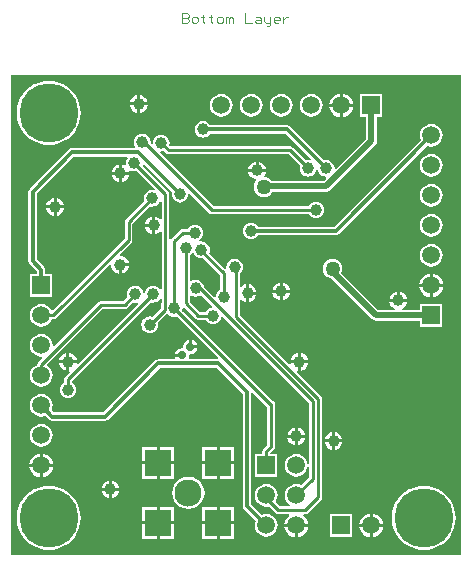
<source format=gbl>
%FSLAX44Y44*%
%MOMM*%
G71*
G01*
G75*
G04 Layer_Physical_Order=2*
G04 Layer_Color=16711680*
%ADD10C,0.3810*%
%ADD11R,1.1000X1.9000*%
%ADD12R,2.4000X1.9000*%
%ADD13R,1.3500X0.4000*%
%ADD14R,1.6000X2.1000*%
%ADD15R,1.9000X1.8000*%
%ADD16R,1.9000X1.9000*%
%ADD17R,0.6900X1.2000*%
%ADD18O,2.1000X0.3500*%
%ADD19R,1.6000X1.6000*%
%ADD20R,0.8000X0.3000*%
%ADD21R,0.3000X0.8000*%
%ADD22O,0.4500X1.5000*%
%ADD23O,1.5000X0.4500*%
%ADD24R,1.5000X1.5000*%
%ADD25R,1.5000X1.5000*%
%ADD26R,0.5000X0.6000*%
%ADD27R,0.6000X0.5000*%
%ADD28R,1.1000X1.0000*%
%ADD29R,1.0000X1.1000*%
%ADD30R,1.3000X1.5000*%
%ADD31R,0.8000X0.9000*%
%ADD32C,0.2540*%
%ADD33C,0.5000*%
%ADD34C,0.3000*%
%ADD35C,0.6020*%
%ADD36C,0.6000*%
%ADD37C,1.2600*%
%ADD38C,0.6010*%
%ADD39C,0.1000*%
%ADD40C,1.5000*%
%ADD41C,2.3000*%
%ADD42R,2.2000X2.2000*%
%ADD43C,1.0000*%
%ADD44C,5.0000*%
%ADD45C,1.2700*%
%ADD46C,0.7000*%
G36*
X381000Y0D02*
X0D01*
Y406400D01*
X381000D01*
Y0D01*
D02*
G37*
%LPC*%
G36*
X138140Y91940D02*
X125870D01*
Y79670D01*
X138140D01*
Y91940D01*
D02*
G37*
G36*
X123330D02*
X111060D01*
Y79670D01*
X123330D01*
Y91940D01*
D02*
G37*
G36*
X174130D02*
X161860D01*
Y79670D01*
X174130D01*
Y91940D01*
D02*
G37*
G36*
X271730Y95730D02*
X265562D01*
X265654Y95032D01*
X266414Y93197D01*
X267622Y91622D01*
X269198Y90414D01*
X271032Y89654D01*
X271730Y89562D01*
Y95730D01*
D02*
G37*
G36*
X188940Y91940D02*
X176670D01*
Y79670D01*
X188940D01*
Y91940D01*
D02*
G37*
G36*
X26670Y86159D02*
Y77470D01*
X35359D01*
X35182Y78821D01*
X34170Y81263D01*
X32561Y83361D01*
X30463Y84970D01*
X28021Y85982D01*
X26670Y86159D01*
D02*
G37*
G36*
X188940Y77130D02*
X176670D01*
Y64860D01*
X188940D01*
Y77130D01*
D02*
G37*
G36*
X174130D02*
X161860D01*
Y64860D01*
X174130D01*
Y77130D01*
D02*
G37*
G36*
X24130Y74930D02*
X15441D01*
X15618Y73579D01*
X16630Y71137D01*
X18239Y69039D01*
X20337Y67430D01*
X22779Y66418D01*
X24130Y66241D01*
Y74930D01*
D02*
G37*
G36*
Y86159D02*
X22779Y85982D01*
X20337Y84970D01*
X18239Y83361D01*
X16630Y81263D01*
X15618Y78821D01*
X15441Y77470D01*
X24130D01*
Y86159D01*
D02*
G37*
G36*
X35359Y74930D02*
X26670D01*
Y66241D01*
X28021Y66418D01*
X30463Y67430D01*
X32561Y69039D01*
X34170Y71137D01*
X35182Y73579D01*
X35359Y74930D01*
D02*
G37*
G36*
X280438Y95730D02*
X274270D01*
Y89562D01*
X274968Y89654D01*
X276803Y90414D01*
X278378Y91622D01*
X279586Y93197D01*
X280346Y95032D01*
X280438Y95730D01*
D02*
G37*
G36*
X251437Y162730D02*
X245270D01*
Y156562D01*
X245968Y156654D01*
X247802Y157414D01*
X249377Y158622D01*
X250586Y160197D01*
X251345Y162031D01*
X251437Y162730D01*
D02*
G37*
G36*
X242540Y108326D02*
Y102158D01*
X248708D01*
X248616Y102856D01*
X247856Y104691D01*
X246648Y106266D01*
X245072Y107474D01*
X243238Y108234D01*
X242540Y108326D01*
D02*
G37*
G36*
X46730Y162730D02*
X40562D01*
X40654Y162032D01*
X41414Y160198D01*
X42622Y158622D01*
X44198Y157414D01*
X46032Y156654D01*
X46730Y156562D01*
Y162730D01*
D02*
G37*
G36*
X245270Y171438D02*
Y165270D01*
X251437D01*
X251345Y165968D01*
X250586Y167802D01*
X249377Y169377D01*
X247802Y170586D01*
X245968Y171346D01*
X245270Y171438D01*
D02*
G37*
G36*
X242729D02*
X242031Y171346D01*
X240197Y170586D01*
X238622Y169377D01*
X237413Y167802D01*
X236654Y165968D01*
X236562Y165270D01*
X242729D01*
Y171438D01*
D02*
G37*
G36*
X240000Y108326D02*
X239302Y108234D01*
X237467Y107474D01*
X235892Y106266D01*
X234684Y104691D01*
X233924Y102856D01*
X233832Y102158D01*
X240000D01*
Y108326D01*
D02*
G37*
G36*
Y99618D02*
X233832D01*
X233924Y98920D01*
X234684Y97086D01*
X235892Y95510D01*
X237467Y94302D01*
X239302Y93542D01*
X240000Y93450D01*
Y99618D01*
D02*
G37*
G36*
X25400Y111182D02*
X22920Y110856D01*
X20609Y109898D01*
X18625Y108376D01*
X17102Y106391D01*
X16144Y104080D01*
X15818Y101600D01*
X16144Y99120D01*
X17102Y96809D01*
X18625Y94824D01*
X20609Y93302D01*
X22920Y92345D01*
X25400Y92018D01*
X27880Y92345D01*
X30191Y93302D01*
X32175Y94824D01*
X33698Y96809D01*
X34655Y99120D01*
X34982Y101600D01*
X34655Y104080D01*
X33698Y106391D01*
X32175Y108376D01*
X30191Y109898D01*
X27880Y110856D01*
X25400Y111182D01*
D02*
G37*
G36*
X248708Y99618D02*
X242540D01*
Y93450D01*
X243238Y93542D01*
X245072Y94302D01*
X246648Y95510D01*
X247856Y97086D01*
X248616Y98920D01*
X248708Y99618D01*
D02*
G37*
G36*
X274270Y104438D02*
Y98270D01*
X280438D01*
X280346Y98968D01*
X279586Y100802D01*
X278378Y102378D01*
X276803Y103586D01*
X274968Y104346D01*
X274270Y104438D01*
D02*
G37*
G36*
X271730D02*
X271032Y104346D01*
X269198Y103586D01*
X267622Y102378D01*
X266414Y100802D01*
X265654Y98968D01*
X265562Y98270D01*
X271730D01*
Y104438D01*
D02*
G37*
G36*
X138140Y77130D02*
X125870D01*
Y64860D01*
X138140D01*
Y77130D01*
D02*
G37*
G36*
X251259Y24130D02*
X242570D01*
Y15441D01*
X243921Y15618D01*
X246363Y16630D01*
X248461Y18239D01*
X250070Y20337D01*
X251082Y22779D01*
X251259Y24130D01*
D02*
G37*
G36*
X240030D02*
X231341D01*
X231518Y22779D01*
X232530Y20337D01*
X234139Y18239D01*
X236237Y16630D01*
X238679Y15618D01*
X240030Y15441D01*
Y24130D01*
D02*
G37*
G36*
X303530D02*
X294841D01*
X295018Y22779D01*
X296030Y20337D01*
X297639Y18239D01*
X299737Y16630D01*
X302179Y15618D01*
X303530Y15441D01*
Y24130D01*
D02*
G37*
G36*
X288900Y34900D02*
X269900D01*
Y15900D01*
X288900D01*
Y34900D01*
D02*
G37*
G36*
X314759Y24130D02*
X306070D01*
Y15441D01*
X307421Y15618D01*
X309863Y16630D01*
X311961Y18239D01*
X313570Y20337D01*
X314582Y22779D01*
X314759Y24130D01*
D02*
G37*
G36*
X188940Y26330D02*
X176670D01*
Y14060D01*
X188940D01*
Y26330D01*
D02*
G37*
G36*
X349250Y58833D02*
X345013Y58500D01*
X340881Y57508D01*
X336954Y55882D01*
X333331Y53661D01*
X330099Y50901D01*
X327339Y47669D01*
X325118Y44046D01*
X323492Y40119D01*
X322500Y35987D01*
X322166Y31750D01*
X322500Y27513D01*
X323492Y23381D01*
X325118Y19454D01*
X327339Y15831D01*
X330099Y12599D01*
X333331Y9839D01*
X336954Y7618D01*
X340881Y5992D01*
X345013Y5000D01*
X349250Y4667D01*
X353487Y5000D01*
X357619Y5992D01*
X361546Y7618D01*
X365169Y9839D01*
X368401Y12599D01*
X371161Y15831D01*
X373382Y19454D01*
X375008Y23381D01*
X376000Y27513D01*
X376334Y31750D01*
X376000Y35987D01*
X375008Y40119D01*
X373382Y44046D01*
X371161Y47669D01*
X368401Y50901D01*
X365169Y53661D01*
X361546Y55882D01*
X357619Y57508D01*
X353487Y58500D01*
X349250Y58833D01*
D02*
G37*
G36*
X31750D02*
X27513Y58500D01*
X23381Y57508D01*
X19454Y55882D01*
X15831Y53661D01*
X12599Y50901D01*
X9839Y47669D01*
X7618Y44046D01*
X5992Y40119D01*
X5000Y35987D01*
X4667Y31750D01*
X5000Y27513D01*
X5992Y23381D01*
X7618Y19454D01*
X9839Y15831D01*
X12599Y12599D01*
X15831Y9839D01*
X19454Y7618D01*
X23381Y5992D01*
X27513Y5000D01*
X31750Y4667D01*
X35987Y5000D01*
X40119Y5992D01*
X44046Y7618D01*
X47669Y9839D01*
X50901Y12599D01*
X53661Y15831D01*
X55882Y19454D01*
X57508Y23381D01*
X58500Y27513D01*
X58833Y31750D01*
X58500Y35987D01*
X57508Y40119D01*
X55882Y44046D01*
X53661Y47669D01*
X50901Y50901D01*
X47669Y53661D01*
X44046Y55882D01*
X40119Y57508D01*
X35987Y58500D01*
X31750Y58833D01*
D02*
G37*
G36*
X123330Y26330D02*
X111060D01*
Y14060D01*
X123330D01*
Y26330D01*
D02*
G37*
G36*
X174130D02*
X161860D01*
Y14060D01*
X174130D01*
Y26330D01*
D02*
G37*
G36*
X138140D02*
X125870D01*
Y14060D01*
X138140D01*
Y26330D01*
D02*
G37*
G36*
X303530Y35359D02*
X302179Y35182D01*
X299737Y34170D01*
X297639Y32561D01*
X296030Y30463D01*
X295018Y28021D01*
X294841Y26670D01*
X303530D01*
Y35359D01*
D02*
G37*
G36*
X91438Y54730D02*
X85270D01*
Y48562D01*
X85968Y48654D01*
X87802Y49414D01*
X89378Y50622D01*
X90586Y52197D01*
X91346Y54032D01*
X91438Y54730D01*
D02*
G37*
G36*
X82730D02*
X76562D01*
X76654Y54032D01*
X77414Y52197D01*
X78622Y50622D01*
X80197Y49414D01*
X82032Y48654D01*
X82730Y48562D01*
Y54730D01*
D02*
G37*
G36*
Y63438D02*
X82032Y63346D01*
X80197Y62586D01*
X78622Y61378D01*
X77414Y59802D01*
X76654Y57968D01*
X76562Y57270D01*
X82730D01*
Y63438D01*
D02*
G37*
G36*
X123330Y77130D02*
X111060D01*
Y64860D01*
X123330D01*
Y77130D01*
D02*
G37*
G36*
X85270Y63438D02*
Y57270D01*
X91438D01*
X91346Y57968D01*
X90586Y59802D01*
X89378Y61378D01*
X87802Y62586D01*
X85968Y63346D01*
X85270Y63438D01*
D02*
G37*
G36*
X150000Y66617D02*
X146476Y66153D01*
X143192Y64792D01*
X140372Y62628D01*
X138208Y59808D01*
X136847Y56524D01*
X136383Y53000D01*
X136847Y49476D01*
X138208Y46192D01*
X140372Y43372D01*
X143192Y41208D01*
X146476Y39848D01*
X150000Y39383D01*
X153524Y39848D01*
X156808Y41208D01*
X159628Y43372D01*
X161792Y46192D01*
X163153Y49476D01*
X163617Y53000D01*
X163153Y56524D01*
X161792Y59808D01*
X159628Y62628D01*
X156808Y64792D01*
X153524Y66153D01*
X150000Y66617D01*
D02*
G37*
G36*
X123330Y41140D02*
X111060D01*
Y28870D01*
X123330D01*
Y41140D01*
D02*
G37*
G36*
X306070Y35359D02*
Y26670D01*
X314759D01*
X314582Y28021D01*
X313570Y30463D01*
X311961Y32561D01*
X309863Y34170D01*
X307421Y35182D01*
X306070Y35359D01*
D02*
G37*
G36*
X138140Y41140D02*
X125870D01*
Y28870D01*
X138140D01*
Y41140D01*
D02*
G37*
G36*
X188940D02*
X176670D01*
Y28870D01*
X188940D01*
Y41140D01*
D02*
G37*
G36*
X174130D02*
X161860D01*
Y28870D01*
X174130D01*
Y41140D01*
D02*
G37*
G36*
X46730Y171438D02*
X46032Y171346D01*
X44198Y170586D01*
X42622Y169378D01*
X41414Y167803D01*
X40654Y165968D01*
X40562Y165270D01*
X46730D01*
Y171438D01*
D02*
G37*
G36*
X209350Y333518D02*
Y327350D01*
X215518D01*
X215426Y328049D01*
X214666Y329883D01*
X213458Y331458D01*
X211883Y332666D01*
X210049Y333426D01*
X209350Y333518D01*
D02*
G37*
G36*
X206810D02*
X206112Y333426D01*
X204278Y332666D01*
X202703Y331458D01*
X201494Y329883D01*
X200734Y328049D01*
X200642Y327350D01*
X206810D01*
Y333518D01*
D02*
G37*
G36*
X91060Y331018D02*
X90362Y330926D01*
X88528Y330166D01*
X86953Y328958D01*
X85744Y327383D01*
X84984Y325549D01*
X84892Y324850D01*
X91060D01*
Y331018D01*
D02*
G37*
G36*
X31750Y401734D02*
X27513Y401400D01*
X23381Y400408D01*
X19454Y398782D01*
X15831Y396561D01*
X12599Y393801D01*
X9839Y390569D01*
X7618Y386946D01*
X5992Y383019D01*
X5000Y378887D01*
X4667Y374650D01*
X5000Y370413D01*
X5992Y366281D01*
X7618Y362354D01*
X9839Y358731D01*
X12599Y355499D01*
X15831Y352739D01*
X19454Y350518D01*
X23381Y348892D01*
X27513Y347900D01*
X31750Y347566D01*
X35987Y347900D01*
X40119Y348892D01*
X44046Y350518D01*
X47669Y352739D01*
X50901Y355499D01*
X53661Y358731D01*
X55882Y362354D01*
X57508Y366281D01*
X58500Y370413D01*
X58833Y374650D01*
X58500Y378887D01*
X57508Y383019D01*
X55882Y386946D01*
X53661Y390569D01*
X50901Y393801D01*
X47669Y396561D01*
X44046Y398782D01*
X40119Y400408D01*
X35987Y401400D01*
X31750Y401734D01*
D02*
G37*
G36*
X355600Y365182D02*
X353120Y364855D01*
X350809Y363898D01*
X348825Y362375D01*
X347302Y360391D01*
X346344Y358080D01*
X346018Y355600D01*
X346344Y353120D01*
X346851Y351898D01*
X273102Y278149D01*
X209285D01*
X208192Y279573D01*
X206730Y280695D01*
X205027Y281400D01*
X203200Y281641D01*
X201373Y281400D01*
X199670Y280695D01*
X198208Y279573D01*
X197085Y278110D01*
X196380Y276408D01*
X196140Y274580D01*
X196380Y272753D01*
X197085Y271050D01*
X198208Y269588D01*
X199670Y268466D01*
X201373Y267760D01*
X203200Y267520D01*
X205027Y267760D01*
X206730Y268466D01*
X208192Y269588D01*
X209285Y271012D01*
X274580D01*
X275946Y271283D01*
X277104Y272057D01*
X351898Y346851D01*
X353120Y346344D01*
X355600Y346018D01*
X358080Y346344D01*
X360391Y347302D01*
X362375Y348825D01*
X363898Y350809D01*
X364855Y353120D01*
X365182Y355600D01*
X364855Y358080D01*
X363898Y360391D01*
X362375Y362375D01*
X360391Y363898D01*
X358080Y364855D01*
X355600Y365182D01*
D02*
G37*
G36*
X314300Y390500D02*
X295300D01*
Y371500D01*
X300412D01*
Y352621D01*
X275255Y327463D01*
X273760Y327660D01*
X273520Y329487D01*
X272815Y331190D01*
X271692Y332652D01*
X270230Y333774D01*
X268527Y334480D01*
X266700Y334720D01*
X264921Y334486D01*
X236203Y363203D01*
X235046Y363977D01*
X233680Y364249D01*
X168645D01*
X167552Y365672D01*
X166090Y366795D01*
X164387Y367500D01*
X162560Y367740D01*
X160733Y367500D01*
X159030Y366795D01*
X157568Y365672D01*
X156446Y364210D01*
X155740Y362507D01*
X155500Y360680D01*
X155740Y358853D01*
X156446Y357150D01*
X157568Y355688D01*
X159030Y354566D01*
X160733Y353860D01*
X162560Y353620D01*
X164387Y353860D01*
X166090Y354566D01*
X167552Y355688D01*
X168645Y357111D01*
X232202D01*
X253671Y335642D01*
X253109Y334503D01*
X251460Y334720D01*
X249633Y334480D01*
X249436Y334398D01*
X238577Y345257D01*
X237496Y345980D01*
X236220Y346234D01*
X134731D01*
X133739Y347226D01*
X133820Y347423D01*
X134060Y349250D01*
X133820Y351077D01*
X133115Y352780D01*
X131992Y354242D01*
X130530Y355364D01*
X128827Y356070D01*
X127000Y356310D01*
X125173Y356070D01*
X123470Y355364D01*
X122008Y354242D01*
X120885Y352780D01*
X120180Y351077D01*
X119940Y349250D01*
X120014Y348681D01*
X118876Y348120D01*
X117964Y349031D01*
X118058Y349746D01*
X117818Y351574D01*
X117113Y353277D01*
X115990Y354739D01*
X114528Y355861D01*
X112825Y356566D01*
X110998Y356807D01*
X109171Y356566D01*
X107468Y355861D01*
X106006Y354739D01*
X104883Y353277D01*
X104178Y351574D01*
X103938Y349746D01*
X104178Y347919D01*
X104883Y346216D01*
X105085Y345954D01*
X104523Y344815D01*
X51246D01*
X49881Y344543D01*
X48723Y343770D01*
X15557Y310604D01*
X14783Y309446D01*
X14512Y308080D01*
Y249080D01*
X14783Y247715D01*
X15557Y246557D01*
X21831Y240282D01*
Y238100D01*
X15900D01*
Y219100D01*
X34900D01*
Y238100D01*
X28969D01*
Y241761D01*
X28697Y243126D01*
X27923Y244284D01*
X21649Y250558D01*
Y306602D01*
X52725Y337678D01*
X97925D01*
X98486Y336539D01*
X97966Y335860D01*
X97261Y334158D01*
X97020Y332330D01*
X97133Y331470D01*
X96133Y330166D01*
X94299Y330926D01*
X93600Y331018D01*
Y324850D01*
X99768D01*
X99699Y325378D01*
X100706Y326151D01*
X102253Y325510D01*
X104080Y325270D01*
X105908Y325510D01*
X106104Y325592D01*
X121432Y310263D01*
X120871Y309124D01*
X119380Y309320D01*
X117553Y309080D01*
X115850Y308375D01*
X114388Y307252D01*
X113265Y305790D01*
X112560Y304087D01*
X112320Y302260D01*
X112560Y300433D01*
X112641Y300236D01*
X96957Y284552D01*
X96234Y283470D01*
X95980Y282194D01*
Y268335D01*
X35074Y207429D01*
X33828Y207677D01*
X33698Y207991D01*
X32175Y209975D01*
X30191Y211498D01*
X27880Y212456D01*
X25400Y212782D01*
X22920Y212456D01*
X20609Y211498D01*
X18625Y209975D01*
X17102Y207991D01*
X16144Y205680D01*
X15818Y203200D01*
X16144Y200720D01*
X17102Y198409D01*
X18625Y196425D01*
X20609Y194902D01*
X22920Y193944D01*
X25400Y193618D01*
X27880Y193944D01*
X30191Y194902D01*
X32175Y196425D01*
X33698Y198409D01*
X34302Y199866D01*
X35560D01*
X36836Y200120D01*
X37917Y200842D01*
X83306Y246231D01*
X84509Y245823D01*
X84734Y244112D01*
X85494Y242278D01*
X86703Y240703D01*
X88278Y239494D01*
X90112Y238734D01*
X90810Y238642D01*
Y246080D01*
X92080D01*
Y247350D01*
X99518D01*
X99426Y248049D01*
X98666Y249883D01*
X97458Y251458D01*
X95883Y252666D01*
X94049Y253426D01*
X92337Y253652D01*
X91929Y254854D01*
X101671Y264597D01*
X102394Y265678D01*
X102648Y266954D01*
Y280813D01*
X117357Y295522D01*
X117553Y295440D01*
X119380Y295200D01*
X121207Y295440D01*
X122910Y296145D01*
X124372Y297268D01*
X125494Y298730D01*
X125976Y299893D01*
X127222Y299645D01*
Y285183D01*
X126028Y284778D01*
X124452Y285986D01*
X122618Y286746D01*
X121920Y286838D01*
Y279400D01*
Y271962D01*
X122618Y272054D01*
X124452Y272814D01*
X126028Y274022D01*
X127222Y273617D01*
Y225247D01*
X126019Y224839D01*
X125073Y226073D01*
X123610Y227195D01*
X121908Y227900D01*
X120080Y228141D01*
X118253Y227900D01*
X116550Y227195D01*
X115088Y226073D01*
X113966Y224610D01*
X113260Y222908D01*
X113214Y222557D01*
X111944D01*
X111898Y222906D01*
X111193Y224609D01*
X110071Y226072D01*
X108609Y227194D01*
X106906Y227899D01*
X105078Y228139D01*
X103251Y227899D01*
X101548Y227194D01*
X100086Y226072D01*
X98964Y224609D01*
X98259Y222906D01*
X98018Y221079D01*
X98259Y219252D01*
X98340Y219056D01*
X94699Y215415D01*
X76081D01*
X74805Y215161D01*
X74372Y214872D01*
X73723Y214438D01*
X36060Y176775D01*
X34921Y177337D01*
X34982Y177800D01*
X34655Y180280D01*
X33698Y182591D01*
X32175Y184575D01*
X30191Y186098D01*
X27880Y187055D01*
X25400Y187382D01*
X22920Y187055D01*
X20609Y186098D01*
X18625Y184575D01*
X17102Y182591D01*
X16144Y180280D01*
X15818Y177800D01*
X16144Y175320D01*
X17102Y173009D01*
X18625Y171024D01*
X20609Y169502D01*
X22920Y168545D01*
X25400Y168218D01*
X25863Y168279D01*
X26425Y167140D01*
X23043Y163757D01*
X22320Y162676D01*
X22066Y161400D01*
Y161302D01*
X20609Y160698D01*
X18625Y159175D01*
X17102Y157191D01*
X16144Y154880D01*
X15818Y152400D01*
X16144Y149920D01*
X17102Y147609D01*
X18625Y145625D01*
X20609Y144102D01*
X22920Y143145D01*
X25400Y142818D01*
X27880Y143145D01*
X30191Y144102D01*
X32175Y145625D01*
X33698Y147609D01*
X34655Y149920D01*
X34982Y152400D01*
X34655Y154880D01*
X33698Y157191D01*
X32175Y159175D01*
X30515Y160450D01*
X30432Y161717D01*
X77462Y208747D01*
X96080D01*
X97356Y209001D01*
X98438Y209723D01*
X103055Y214341D01*
X103251Y214259D01*
X105078Y214019D01*
X106834Y214250D01*
X107307Y213291D01*
X107386Y213101D01*
X56596Y162311D01*
X55745Y162730D01*
X49270D01*
Y156255D01*
X49689Y155404D01*
X45642Y151357D01*
X44920Y150276D01*
X44666Y149000D01*
Y146196D01*
X44470Y146115D01*
X43008Y144992D01*
X41885Y143530D01*
X41180Y141827D01*
X40940Y140000D01*
X41180Y138173D01*
X41885Y136470D01*
X43008Y135008D01*
X44470Y133885D01*
X46173Y133180D01*
X48000Y132940D01*
X49827Y133180D01*
X51530Y133885D01*
X52993Y135008D01*
X54114Y136470D01*
X54820Y138173D01*
X55060Y140000D01*
X54820Y141827D01*
X54114Y143530D01*
X52993Y144992D01*
X51530Y146115D01*
X51334Y146196D01*
Y147619D01*
X118057Y214342D01*
X118253Y214261D01*
X120080Y214020D01*
X121908Y214261D01*
X123610Y214966D01*
X125073Y216088D01*
X126019Y217321D01*
X127222Y216913D01*
Y214520D01*
X126728Y213781D01*
X126474Y212505D01*
Y209389D01*
X119213Y202129D01*
X119017Y202210D01*
X117190Y202450D01*
X115363Y202210D01*
X113660Y201504D01*
X112198Y200382D01*
X111075Y198920D01*
X110370Y197217D01*
X110130Y195390D01*
X110370Y193563D01*
X111075Y191860D01*
X112198Y190398D01*
X113660Y189275D01*
X115363Y188570D01*
X117190Y188330D01*
X119017Y188570D01*
X120720Y189275D01*
X122183Y190398D01*
X123305Y191860D01*
X124010Y193563D01*
X124250Y195390D01*
X124010Y197217D01*
X123929Y197414D01*
X131326Y204811D01*
X132594Y204728D01*
X133086Y204087D01*
X134548Y202965D01*
X136251Y202259D01*
X138078Y202019D01*
X139906Y202259D01*
X140102Y202341D01*
X175201Y167242D01*
X174715Y166069D01*
X150764D01*
X150190Y167143D01*
X150658Y169500D01*
X151533Y170375D01*
X151700Y170342D01*
X154057Y170811D01*
X156055Y172145D01*
X157390Y174143D01*
X157606Y175230D01*
X151700D01*
Y176500D01*
X150430D01*
Y182406D01*
X149343Y182190D01*
X147345Y180855D01*
X146011Y178857D01*
X145542Y176500D01*
X144667Y175625D01*
X144500Y175658D01*
X142143Y175189D01*
X140145Y173855D01*
X138810Y171857D01*
X138594Y170770D01*
X144500D01*
Y168230D01*
X138594D01*
X138810Y167143D01*
X138268Y166129D01*
X124460D01*
X123094Y165857D01*
X121937Y165083D01*
X78024Y121171D01*
X36276D01*
X34149Y123298D01*
X34655Y124520D01*
X34982Y127000D01*
X34655Y129480D01*
X33698Y131791D01*
X32175Y133775D01*
X30191Y135298D01*
X27880Y136256D01*
X25400Y136582D01*
X22920Y136256D01*
X20609Y135298D01*
X18625Y133775D01*
X17102Y131791D01*
X16144Y129480D01*
X15818Y127000D01*
X16144Y124520D01*
X17102Y122209D01*
X18625Y120225D01*
X20609Y118702D01*
X22920Y117745D01*
X25400Y117418D01*
X27880Y117745D01*
X29102Y118251D01*
X32275Y115079D01*
X33432Y114305D01*
X34798Y114033D01*
X79502D01*
X80868Y114305D01*
X82025Y115079D01*
X125938Y158991D01*
X141299D01*
X141601Y158931D01*
X173842D01*
X195821Y136952D01*
Y41910D01*
X196093Y40544D01*
X196867Y39387D01*
X207151Y29102D01*
X206644Y27880D01*
X206318Y25400D01*
X206644Y22920D01*
X207602Y20609D01*
X209125Y18625D01*
X211109Y17102D01*
X213420Y16144D01*
X215900Y15818D01*
X218380Y16144D01*
X220691Y17102D01*
X222675Y18625D01*
X224198Y20609D01*
X225156Y22920D01*
X225482Y25400D01*
X225156Y27880D01*
X224198Y30191D01*
X222675Y32175D01*
X220691Y33698D01*
X218380Y34655D01*
X215900Y34982D01*
X213420Y34655D01*
X212198Y34149D01*
X202959Y43388D01*
Y137825D01*
X204132Y138311D01*
X216666Y125777D01*
Y93581D01*
X213542Y90457D01*
X212820Y89376D01*
X212566Y88100D01*
Y85700D01*
X206400D01*
Y66700D01*
X225400D01*
Y85700D01*
X219874D01*
X219388Y86873D01*
X222358Y89843D01*
X223080Y90924D01*
X223334Y92200D01*
Y128000D01*
X223080Y129276D01*
X222358Y130358D01*
X221276Y131080D01*
X220672Y131200D01*
X144817Y207056D01*
X144898Y207252D01*
X145139Y209079D01*
X145059Y209686D01*
X146198Y210247D01*
X155723Y200723D01*
X156804Y200000D01*
X158080Y199746D01*
X164884D01*
X164966Y199550D01*
X166088Y198088D01*
X167550Y196966D01*
X169253Y196261D01*
X171080Y196020D01*
X172908Y196261D01*
X174610Y196966D01*
X176073Y198088D01*
X177195Y199550D01*
X177900Y201253D01*
X177944Y201586D01*
X179147Y201994D01*
X252086Y129055D01*
Y76762D01*
X250819Y76679D01*
X250555Y78680D01*
X249598Y80991D01*
X248075Y82975D01*
X246091Y84498D01*
X243780Y85456D01*
X241300Y85782D01*
X238820Y85456D01*
X236509Y84498D01*
X234525Y82975D01*
X233002Y80991D01*
X232045Y78680D01*
X231718Y76200D01*
X232045Y73720D01*
X233002Y71409D01*
X234525Y69425D01*
X236509Y67902D01*
X238820Y66944D01*
X241300Y66618D01*
X243780Y66944D01*
X246091Y67902D01*
X248075Y69425D01*
X249598Y71409D01*
X250555Y73720D01*
X250819Y75721D01*
X250819D01*
D01*
X252086Y75638D01*
Y66301D01*
X245237Y59452D01*
X243780Y60055D01*
X241300Y60382D01*
X238820Y60055D01*
X236509Y59098D01*
X234525Y57575D01*
X233002Y55591D01*
X232045Y53280D01*
X231718Y50800D01*
X232045Y48320D01*
X233002Y46009D01*
X234525Y44025D01*
X236333Y42637D01*
X235925Y41434D01*
X227441D01*
X223620Y45255D01*
X224198Y46009D01*
X225156Y48320D01*
X225482Y50800D01*
X225156Y53280D01*
X224198Y55591D01*
X222675Y57575D01*
X220691Y59098D01*
X218380Y60055D01*
X215900Y60382D01*
X213420Y60055D01*
X211109Y59098D01*
X209125Y57575D01*
X207602Y55591D01*
X206644Y53280D01*
X206318Y50800D01*
X206644Y48320D01*
X207602Y46009D01*
X209125Y44025D01*
X211109Y42502D01*
X213420Y41544D01*
X215900Y41218D01*
X217956Y41489D01*
X223702Y35742D01*
X224784Y35020D01*
X226060Y34766D01*
X235038D01*
X235446Y33563D01*
X234139Y32561D01*
X232530Y30463D01*
X231518Y28021D01*
X231341Y26670D01*
X251259D01*
X251082Y28021D01*
X250070Y30463D01*
X248461Y32561D01*
X247154Y33563D01*
X247562Y34766D01*
X248920D01*
X250196Y35020D01*
X251278Y35742D01*
X262358Y46823D01*
X263080Y47904D01*
X263334Y49180D01*
Y132277D01*
X263080Y133553D01*
X262358Y134634D01*
X241535Y155456D01*
X241983Y156538D01*
X242040Y156653D01*
X242729Y156562D01*
Y162730D01*
X236562D01*
X236652Y162040D01*
X236538Y161983D01*
X235456Y161535D01*
X193414Y203577D01*
Y216406D01*
X194617Y216814D01*
X194703Y216703D01*
X196278Y215494D01*
X198112Y214734D01*
X198810Y214642D01*
Y222080D01*
Y229518D01*
X198112Y229426D01*
X196278Y228666D01*
X194703Y227458D01*
X194617Y227346D01*
X193414Y227754D01*
Y238583D01*
X194073Y239088D01*
X195195Y240550D01*
X195900Y242253D01*
X196141Y244080D01*
X195900Y245908D01*
X195195Y247610D01*
X194073Y249073D01*
X192610Y250195D01*
X190908Y250900D01*
X189080Y251141D01*
X187253Y250900D01*
X185550Y250195D01*
X184088Y249073D01*
X182966Y247610D01*
X182260Y245908D01*
X182020Y244080D01*
X182099Y243477D01*
X180960Y242915D01*
X167569Y256306D01*
X167856Y256999D01*
X168096Y258826D01*
X167856Y260653D01*
X167150Y262356D01*
X166028Y263818D01*
X164566Y264940D01*
X162863Y265646D01*
X161036Y265886D01*
X159502Y265684D01*
X159173Y266911D01*
X159232Y266936D01*
X160694Y268058D01*
X161817Y269520D01*
X162522Y271223D01*
X162762Y273050D01*
X162522Y274877D01*
X161817Y276580D01*
X160694Y278042D01*
X159232Y279165D01*
X157529Y279870D01*
X155702Y280110D01*
X153875Y279870D01*
X152172Y279165D01*
X150710Y278042D01*
X149587Y276580D01*
X149506Y276384D01*
X145034D01*
X143758Y276130D01*
X142676Y275408D01*
X135721Y268452D01*
X135105Y267531D01*
X133890Y267899D01*
Y305854D01*
X133636Y307130D01*
X132914Y308212D01*
X111310Y329816D01*
X111598Y331053D01*
X112146Y331239D01*
X136131Y307254D01*
X135942Y305816D01*
X136182Y303989D01*
X136888Y302286D01*
X138010Y300824D01*
X139472Y299701D01*
X141175Y298996D01*
X143002Y298756D01*
X144829Y298996D01*
X146532Y299701D01*
X147994Y300824D01*
X149116Y302286D01*
X149822Y303989D01*
X150062Y305816D01*
X151553Y306012D01*
X167568Y289996D01*
X168650Y289274D01*
X169926Y289020D01*
X251868D01*
X251950Y288824D01*
X253072Y287362D01*
X254534Y286239D01*
X256237Y285534D01*
X258064Y285294D01*
X259891Y285534D01*
X261594Y286239D01*
X263056Y287362D01*
X264179Y288824D01*
X264884Y290527D01*
X265124Y292354D01*
X264884Y294181D01*
X264179Y295884D01*
X263056Y297346D01*
X261594Y298468D01*
X259891Y299174D01*
X258064Y299414D01*
X256237Y299174D01*
X254534Y298468D01*
X253072Y297346D01*
X251950Y295884D01*
X251868Y295688D01*
X171307D01*
X125870Y341125D01*
X126431Y342265D01*
X127000Y342190D01*
X128827Y342430D01*
X129024Y342511D01*
X130992Y340542D01*
X132074Y339820D01*
X133350Y339566D01*
X234839D01*
X244722Y329683D01*
X244640Y329487D01*
X244400Y327660D01*
X244640Y325833D01*
X245345Y324130D01*
X246468Y322668D01*
X247930Y321545D01*
X249633Y320840D01*
X251460Y320600D01*
X253287Y320840D01*
X254990Y321545D01*
X256452Y322668D01*
X257575Y324130D01*
X258280Y325833D01*
X258445Y327087D01*
X259715D01*
X259880Y325833D01*
X260585Y324130D01*
X261708Y322668D01*
X263170Y321545D01*
X264873Y320840D01*
X266700Y320600D01*
X266897Y319105D01*
X264958Y317167D01*
X220176D01*
X219686Y317806D01*
X217941Y319144D01*
X215910Y319986D01*
X214442Y320179D01*
X213956Y321352D01*
X214666Y322278D01*
X215426Y324112D01*
X215518Y324810D01*
X200642D01*
X200734Y324112D01*
X201494Y322278D01*
X202703Y320703D01*
X204278Y319494D01*
X206112Y318734D01*
X207010Y318616D01*
X207496Y317443D01*
X206437Y316062D01*
X205595Y314030D01*
X205308Y311851D01*
X205595Y309671D01*
X206437Y307640D01*
X207775Y305895D01*
X209519Y304557D01*
X211551Y303715D01*
X213730Y303428D01*
X215910Y303715D01*
X217941Y304557D01*
X219686Y305895D01*
X221024Y307640D01*
X221170Y307991D01*
X266859D01*
X268615Y308340D01*
X270103Y309335D01*
X308244Y347476D01*
X309239Y348964D01*
X309588Y350720D01*
Y371500D01*
X314300D01*
Y390500D01*
D02*
G37*
G36*
X38350Y302518D02*
Y296350D01*
X44518D01*
X44426Y297049D01*
X43666Y298883D01*
X42458Y300458D01*
X40883Y301666D01*
X39049Y302426D01*
X38350Y302518D01*
D02*
G37*
G36*
X35810D02*
X35112Y302426D01*
X33278Y301666D01*
X31703Y300458D01*
X30494Y298883D01*
X29734Y297049D01*
X29642Y296350D01*
X35810D01*
Y302518D01*
D02*
G37*
G36*
X355600Y314382D02*
X353120Y314056D01*
X350809Y313098D01*
X348825Y311575D01*
X347302Y309591D01*
X346344Y307280D01*
X346018Y304800D01*
X346344Y302320D01*
X347302Y300009D01*
X348825Y298025D01*
X350809Y296502D01*
X353120Y295544D01*
X355600Y295218D01*
X358080Y295544D01*
X360391Y296502D01*
X362375Y298025D01*
X363898Y300009D01*
X364855Y302320D01*
X365182Y304800D01*
X364855Y307280D01*
X363898Y309591D01*
X362375Y311575D01*
X360391Y313098D01*
X358080Y314056D01*
X355600Y314382D01*
D02*
G37*
G36*
Y339782D02*
X353120Y339455D01*
X350809Y338498D01*
X348825Y336975D01*
X347302Y334991D01*
X346344Y332680D01*
X346018Y330200D01*
X346344Y327720D01*
X347302Y325409D01*
X348825Y323425D01*
X350809Y321902D01*
X353120Y320945D01*
X355600Y320618D01*
X358080Y320945D01*
X360391Y321902D01*
X362375Y323425D01*
X363898Y325409D01*
X364855Y327720D01*
X365182Y330200D01*
X364855Y332680D01*
X363898Y334991D01*
X362375Y336975D01*
X360391Y338498D01*
X358080Y339455D01*
X355600Y339782D01*
D02*
G37*
G36*
X99768Y322310D02*
X93600D01*
Y316142D01*
X94299Y316234D01*
X96133Y316994D01*
X97708Y318203D01*
X98916Y319778D01*
X99676Y321612D01*
X99768Y322310D01*
D02*
G37*
G36*
X91060D02*
X84892D01*
X84984Y321612D01*
X85744Y319778D01*
X86953Y318203D01*
X88528Y316994D01*
X90362Y316234D01*
X91060Y316142D01*
Y322310D01*
D02*
G37*
G36*
X278130Y390959D02*
X276779Y390782D01*
X274337Y389770D01*
X272239Y388161D01*
X270630Y386063D01*
X269618Y383621D01*
X269441Y382270D01*
X278130D01*
Y390959D01*
D02*
G37*
G36*
X115388Y381000D02*
X109220D01*
Y374832D01*
X109918Y374924D01*
X111753Y375684D01*
X113328Y376892D01*
X114536Y378467D01*
X115296Y380302D01*
X115388Y381000D01*
D02*
G37*
G36*
X106680D02*
X100512D01*
X100604Y380302D01*
X101364Y378467D01*
X102572Y376892D01*
X104148Y375684D01*
X105982Y374924D01*
X106680Y374832D01*
Y381000D01*
D02*
G37*
G36*
X109220Y389708D02*
Y383540D01*
X115388D01*
X115296Y384238D01*
X114536Y386073D01*
X113328Y387648D01*
X111753Y388856D01*
X109918Y389616D01*
X109220Y389708D01*
D02*
G37*
G36*
X106680D02*
X105982Y389616D01*
X104148Y388856D01*
X102572Y387648D01*
X101364Y386073D01*
X100604Y384238D01*
X100512Y383540D01*
X106680D01*
Y389708D01*
D02*
G37*
G36*
X280670Y390959D02*
Y382270D01*
X289359D01*
X289182Y383621D01*
X288170Y386063D01*
X286561Y388161D01*
X284463Y389770D01*
X282021Y390782D01*
X280670Y390959D01*
D02*
G37*
G36*
X177800Y390582D02*
X175320Y390256D01*
X173009Y389298D01*
X171024Y387775D01*
X169502Y385791D01*
X168545Y383480D01*
X168218Y381000D01*
X168545Y378520D01*
X169502Y376209D01*
X171024Y374225D01*
X173009Y372702D01*
X175320Y371744D01*
X177800Y371418D01*
X180280Y371744D01*
X182591Y372702D01*
X184575Y374225D01*
X186098Y376209D01*
X187055Y378520D01*
X187382Y381000D01*
X187055Y383480D01*
X186098Y385791D01*
X184575Y387775D01*
X182591Y389298D01*
X180280Y390256D01*
X177800Y390582D01*
D02*
G37*
G36*
X289359Y379730D02*
X280670D01*
Y371041D01*
X282021Y371218D01*
X284463Y372230D01*
X286561Y373839D01*
X288170Y375937D01*
X289182Y378379D01*
X289359Y379730D01*
D02*
G37*
G36*
X278130D02*
X269441D01*
X269618Y378379D01*
X270630Y375937D01*
X272239Y373839D01*
X274337Y372230D01*
X276779Y371218D01*
X278130Y371041D01*
Y379730D01*
D02*
G37*
G36*
X254000Y390582D02*
X251520Y390256D01*
X249209Y389298D01*
X247225Y387775D01*
X245702Y385791D01*
X244744Y383480D01*
X244418Y381000D01*
X244744Y378520D01*
X245702Y376209D01*
X247225Y374225D01*
X249209Y372702D01*
X251520Y371744D01*
X254000Y371418D01*
X256480Y371744D01*
X258791Y372702D01*
X260776Y374225D01*
X262298Y376209D01*
X263256Y378520D01*
X263582Y381000D01*
X263256Y383480D01*
X262298Y385791D01*
X260776Y387775D01*
X258791Y389298D01*
X256480Y390256D01*
X254000Y390582D01*
D02*
G37*
G36*
X228600D02*
X226120Y390256D01*
X223809Y389298D01*
X221824Y387775D01*
X220302Y385791D01*
X219345Y383480D01*
X219018Y381000D01*
X219345Y378520D01*
X220302Y376209D01*
X221824Y374225D01*
X223809Y372702D01*
X226120Y371744D01*
X228600Y371418D01*
X231080Y371744D01*
X233391Y372702D01*
X235375Y374225D01*
X236898Y376209D01*
X237855Y378520D01*
X238182Y381000D01*
X237855Y383480D01*
X236898Y385791D01*
X235375Y387775D01*
X233391Y389298D01*
X231080Y390256D01*
X228600Y390582D01*
D02*
G37*
G36*
X203200D02*
X200720Y390256D01*
X198409Y389298D01*
X196425Y387775D01*
X194902Y385791D01*
X193944Y383480D01*
X193618Y381000D01*
X193944Y378520D01*
X194902Y376209D01*
X196425Y374225D01*
X198409Y372702D01*
X200720Y371744D01*
X203200Y371418D01*
X205680Y371744D01*
X207991Y372702D01*
X209975Y374225D01*
X211498Y376209D01*
X212456Y378520D01*
X212782Y381000D01*
X212456Y383480D01*
X211498Y385791D01*
X209975Y387775D01*
X207991Y389298D01*
X205680Y390256D01*
X203200Y390582D01*
D02*
G37*
G36*
X328930Y223338D02*
Y217170D01*
X335098D01*
X335006Y217868D01*
X334246Y219702D01*
X333038Y221278D01*
X331463Y222486D01*
X329628Y223246D01*
X328930Y223338D01*
D02*
G37*
G36*
X326390D02*
X325692Y223246D01*
X323857Y222486D01*
X322282Y221278D01*
X321074Y219702D01*
X320314Y217868D01*
X320222Y217170D01*
X326390D01*
Y223338D01*
D02*
G37*
G36*
X354330Y227330D02*
X345641D01*
X345818Y225979D01*
X346830Y223537D01*
X348439Y221439D01*
X350537Y219830D01*
X352979Y218818D01*
X354330Y218641D01*
Y227330D01*
D02*
G37*
G36*
X201350Y229518D02*
Y223350D01*
X207518D01*
X207426Y224049D01*
X206666Y225883D01*
X205458Y227458D01*
X203883Y228666D01*
X202049Y229426D01*
X201350Y229518D01*
D02*
G37*
G36*
X365559Y227330D02*
X356870D01*
Y218641D01*
X358221Y218818D01*
X360663Y219830D01*
X362761Y221439D01*
X364370Y223537D01*
X365382Y225979D01*
X365559Y227330D01*
D02*
G37*
G36*
X236038Y222250D02*
X229870D01*
Y216082D01*
X230568Y216174D01*
X232402Y216934D01*
X233978Y218142D01*
X235186Y219718D01*
X235946Y221552D01*
X236038Y222250D01*
D02*
G37*
G36*
X152970Y182406D02*
Y177770D01*
X157606D01*
X157390Y178857D01*
X156055Y180855D01*
X154057Y182190D01*
X152970Y182406D01*
D02*
G37*
G36*
X49270Y171438D02*
Y165270D01*
X55438D01*
X55346Y165968D01*
X54586Y167803D01*
X53378Y169378D01*
X51803Y170586D01*
X49968Y171346D01*
X49270Y171438D01*
D02*
G37*
G36*
X272000Y251246D02*
X269820Y250959D01*
X267789Y250118D01*
X266045Y248779D01*
X264706Y247035D01*
X263865Y245004D01*
X263578Y242824D01*
X263865Y240644D01*
X264706Y238613D01*
X266045Y236869D01*
X267789Y235530D01*
X269820Y234689D01*
X270756Y234566D01*
X305366Y199956D01*
X306854Y198961D01*
X308610Y198612D01*
X346100D01*
Y193700D01*
X365100D01*
Y212700D01*
X346100D01*
Y207788D01*
X331034D01*
X330786Y209034D01*
X331463Y209314D01*
X333038Y210522D01*
X334246Y212097D01*
X335006Y213932D01*
X335098Y214630D01*
X320222D01*
X320314Y213932D01*
X321074Y212097D01*
X322282Y210522D01*
X323857Y209314D01*
X324534Y209034D01*
X324286Y207788D01*
X310511D01*
X279408Y238890D01*
X280135Y240644D01*
X280422Y242824D01*
X280135Y245004D01*
X279294Y247035D01*
X277955Y248779D01*
X276211Y250118D01*
X274180Y250959D01*
X272000Y251246D01*
D02*
G37*
G36*
X227330Y222250D02*
X221162D01*
X221254Y221552D01*
X222014Y219718D01*
X223222Y218142D01*
X224797Y216934D01*
X226632Y216174D01*
X227330Y216082D01*
Y222250D01*
D02*
G37*
G36*
X207518Y220810D02*
X201350D01*
Y214642D01*
X202049Y214734D01*
X203883Y215494D01*
X205458Y216703D01*
X206666Y218278D01*
X207426Y220112D01*
X207518Y220810D01*
D02*
G37*
G36*
X119380Y278130D02*
X113212D01*
X113304Y277432D01*
X114064Y275597D01*
X115272Y274022D01*
X116847Y272814D01*
X118682Y272054D01*
X119380Y271962D01*
Y278130D01*
D02*
G37*
G36*
X355600Y288982D02*
X353120Y288655D01*
X350809Y287698D01*
X348825Y286175D01*
X347302Y284191D01*
X346344Y281880D01*
X346018Y279400D01*
X346344Y276920D01*
X347302Y274609D01*
X348825Y272624D01*
X350809Y271102D01*
X353120Y270145D01*
X355600Y269818D01*
X358080Y270145D01*
X360391Y271102D01*
X362375Y272624D01*
X363898Y274609D01*
X364855Y276920D01*
X365182Y279400D01*
X364855Y281880D01*
X363898Y284191D01*
X362375Y286175D01*
X360391Y287698D01*
X358080Y288655D01*
X355600Y288982D01*
D02*
G37*
G36*
Y263582D02*
X353120Y263256D01*
X350809Y262298D01*
X348825Y260776D01*
X347302Y258791D01*
X346344Y256480D01*
X346018Y254000D01*
X346344Y251520D01*
X347302Y249209D01*
X348825Y247225D01*
X350809Y245702D01*
X353120Y244744D01*
X355600Y244418D01*
X358080Y244744D01*
X360391Y245702D01*
X362375Y247225D01*
X363898Y249209D01*
X364855Y251520D01*
X365182Y254000D01*
X364855Y256480D01*
X363898Y258791D01*
X362375Y260776D01*
X360391Y262298D01*
X358080Y263256D01*
X355600Y263582D01*
D02*
G37*
G36*
X44518Y293810D02*
X38350D01*
Y287642D01*
X39049Y287734D01*
X40883Y288494D01*
X42458Y289703D01*
X43666Y291278D01*
X44426Y293112D01*
X44518Y293810D01*
D02*
G37*
G36*
X35810D02*
X29642D01*
X29734Y293112D01*
X30494Y291278D01*
X31703Y289703D01*
X33278Y288494D01*
X35112Y287734D01*
X35810Y287642D01*
Y293810D01*
D02*
G37*
G36*
X119380Y286838D02*
X118682Y286746D01*
X116847Y285986D01*
X115272Y284778D01*
X114064Y283202D01*
X113304Y281368D01*
X113212Y280670D01*
X119380D01*
Y286838D01*
D02*
G37*
G36*
X99518Y244810D02*
X93350D01*
Y238642D01*
X94049Y238734D01*
X95883Y239494D01*
X97458Y240703D01*
X98666Y242278D01*
X99426Y244112D01*
X99518Y244810D01*
D02*
G37*
G36*
X229870Y230958D02*
Y224790D01*
X236038D01*
X235946Y225488D01*
X235186Y227323D01*
X233978Y228898D01*
X232402Y230106D01*
X230568Y230866D01*
X229870Y230958D01*
D02*
G37*
G36*
X227330D02*
X226632Y230866D01*
X224797Y230106D01*
X223222Y228898D01*
X222014Y227323D01*
X221254Y225488D01*
X221162Y224790D01*
X227330D01*
Y230958D01*
D02*
G37*
G36*
X356870Y238559D02*
Y229870D01*
X365559D01*
X365382Y231221D01*
X364370Y233663D01*
X362761Y235761D01*
X360663Y237370D01*
X358221Y238382D01*
X356870Y238559D01*
D02*
G37*
G36*
X354330D02*
X352979Y238382D01*
X350537Y237370D01*
X348439Y235761D01*
X346830Y233663D01*
X345818Y231221D01*
X345641Y229870D01*
X354330D01*
Y238559D01*
D02*
G37*
%LPD*%
G36*
X169995Y211147D02*
X169586Y209944D01*
X169253Y209900D01*
X167550Y209195D01*
X166088Y208073D01*
X164966Y206611D01*
X164884Y206414D01*
X159461D01*
X151143Y214733D01*
Y219608D01*
X152282Y220169D01*
X152548Y219965D01*
X154251Y219259D01*
X156078Y219019D01*
X157906Y219259D01*
X159609Y219965D01*
X160496Y220645D01*
X169995Y211147D01*
D02*
G37*
G36*
X154586Y256106D02*
X154922Y255296D01*
X156044Y253834D01*
X157506Y252712D01*
X159209Y252006D01*
X161036Y251766D01*
X162489Y251957D01*
X176744Y237701D01*
Y225275D01*
X176548Y225194D01*
X175086Y224072D01*
X173964Y222609D01*
X173259Y220907D01*
X173028Y219154D01*
X171825Y218746D01*
X162934Y227638D01*
X162898Y227906D01*
X162193Y229609D01*
X161071Y231071D01*
X159609Y232194D01*
X157906Y232899D01*
X156078Y233139D01*
X154251Y232899D01*
X152548Y232194D01*
X152282Y231989D01*
X151143Y232551D01*
Y254400D01*
X151358Y254489D01*
X152820Y255612D01*
X153327Y256271D01*
X154586Y256106D01*
D02*
G37*
D24*
X355600Y203200D02*
D03*
X25400Y228600D02*
D03*
X215900Y76200D02*
D03*
D25*
X279400Y25400D02*
D03*
X304800Y381000D02*
D03*
D32*
X169926Y292354D02*
X258064D01*
X112534Y349746D02*
X169926Y292354D01*
X25400Y203200D02*
X35560D01*
X236220Y342900D02*
X251460Y327660D01*
X156078Y226079D02*
X159777D01*
X158080Y203080D02*
X171080D01*
X215900Y48260D02*
Y50800D01*
Y48260D02*
X226060Y38100D01*
X248920D01*
X96080Y212081D02*
X105078Y221079D01*
X180078Y219079D02*
Y239082D01*
X189080Y244080D02*
X190080Y243080D01*
Y202196D02*
Y243080D01*
X110998Y349746D02*
X112534D01*
X127000Y349250D02*
X133350Y342900D01*
X236220D01*
X248920Y38100D02*
X260000Y49180D01*
X241300Y50800D02*
X255420Y64920D01*
X215900Y76200D02*
Y88100D01*
X260000Y49180D02*
Y132277D01*
X190080Y202196D02*
X260000Y132277D01*
X255420Y64920D02*
Y130436D01*
X159777Y226079D02*
X255420Y130436D01*
X215900Y88100D02*
X220000Y92200D01*
Y128000D01*
X25400Y152400D02*
Y161400D01*
X76081Y212081D01*
X96080D01*
X48000Y149000D02*
X120080Y221080D01*
X48000Y140000D02*
Y149000D01*
X138078Y209079D02*
X219579Y127579D01*
X35560Y203200D02*
X99314Y266954D01*
Y282194D01*
X119380Y302260D01*
X161036Y258125D02*
X180078Y239082D01*
X161036Y258125D02*
Y258826D01*
X145034Y273050D02*
X155702D01*
X138078Y209079D02*
Y266094D01*
X145034Y273050D01*
X147808Y213352D02*
X158080Y203080D01*
X147808Y260584D02*
X147828Y260604D01*
X147808Y213352D02*
Y260584D01*
X130556Y213252D02*
Y305854D01*
X104080Y332330D02*
X130556Y305854D01*
X117190Y195390D02*
X129809Y208008D01*
Y212505D01*
X130556Y213252D01*
D33*
X305000Y350720D02*
Y380800D01*
X266859Y312579D02*
X305000Y350720D01*
X214459Y312579D02*
X266859D01*
X213730Y311851D02*
X214459Y312579D01*
X304800Y381000D02*
X305000Y380800D01*
X272000Y239810D02*
Y242824D01*
Y239810D02*
X308610Y203200D01*
X355600D01*
D34*
X274580Y274580D02*
X355600Y355600D01*
X203200Y274580D02*
X274580D01*
X162560Y360680D02*
X233680D01*
X266700Y327660D01*
X25400Y228600D02*
Y241761D01*
X18080Y249080D02*
X25400Y241761D01*
X18080Y249080D02*
Y308080D01*
X51246Y341246D01*
X107185D01*
X199390Y41910D02*
X215900Y25400D01*
X199390Y41910D02*
Y138430D01*
X175320Y162500D02*
X199390Y138430D01*
X141601Y162500D02*
X175320D01*
X141540Y162560D02*
X141601Y162500D01*
X124460Y162560D02*
X141540D01*
X142615Y305816D02*
X143002D01*
X107185Y341246D02*
X142615Y305816D01*
X25400Y127000D02*
X34798Y117602D01*
X79502D01*
X124460Y162560D01*
D39*
X144780Y458847D02*
Y450850D01*
X148779D01*
X150112Y452183D01*
Y453516D01*
X148779Y454849D01*
X144780D01*
X148779D01*
X150112Y456182D01*
Y457514D01*
X148779Y458847D01*
X144780D01*
X154110Y450850D02*
X156776D01*
X158109Y452183D01*
Y454849D01*
X156776Y456182D01*
X154110D01*
X152777Y454849D01*
Y452183D01*
X154110Y450850D01*
X162108Y457514D02*
Y456182D01*
X160775D01*
X163441D01*
X162108D01*
Y452183D01*
X163441Y450850D01*
X168772Y457514D02*
Y456182D01*
X167439D01*
X170105D01*
X168772D01*
Y452183D01*
X170105Y450850D01*
X175437D02*
X178103D01*
X179436Y452183D01*
Y454849D01*
X178103Y456182D01*
X175437D01*
X174104Y454849D01*
Y452183D01*
X175437Y450850D01*
X182101D02*
Y456182D01*
X183434D01*
X184767Y454849D01*
Y450850D01*
Y454849D01*
X186100Y456182D01*
X187433Y454849D01*
Y450850D01*
X198096Y458847D02*
Y450850D01*
X203428D01*
X207426Y456182D02*
X210092D01*
X211425Y454849D01*
Y450850D01*
X207426D01*
X206094Y452183D01*
X207426Y453516D01*
X211425D01*
X214091Y456182D02*
Y452183D01*
X215424Y450850D01*
X219423D01*
Y449517D01*
X218090Y448184D01*
X216757D01*
X219423Y450850D02*
Y456182D01*
X226087Y450850D02*
X223421D01*
X222088Y452183D01*
Y454849D01*
X223421Y456182D01*
X226087D01*
X227420Y454849D01*
Y453516D01*
X222088D01*
X230086Y456182D02*
Y450850D01*
Y453516D01*
X231419Y454849D01*
X232752Y456182D01*
X234084D01*
D40*
X355600Y254000D02*
D03*
Y228600D02*
D03*
Y279400D02*
D03*
Y304800D02*
D03*
Y330200D02*
D03*
Y355600D02*
D03*
X25400Y177800D02*
D03*
Y203200D02*
D03*
Y152400D02*
D03*
Y127000D02*
D03*
Y101600D02*
D03*
Y76200D02*
D03*
X304800Y25400D02*
D03*
X241300Y76200D02*
D03*
X215900Y50800D02*
D03*
X241300D02*
D03*
X215900Y25400D02*
D03*
X241300D02*
D03*
X279400Y381000D02*
D03*
X254000D02*
D03*
X228600D02*
D03*
X203200D02*
D03*
X177800D02*
D03*
D41*
X150000Y53000D02*
D03*
D42*
X124600Y27600D02*
D03*
X175400D02*
D03*
X124600Y78400D02*
D03*
X175400D02*
D03*
D43*
X258064Y292354D02*
D03*
X244000Y164000D02*
D03*
X203200Y274580D02*
D03*
X119380Y302260D02*
D03*
X162560Y360680D02*
D03*
X266700Y327660D02*
D03*
X241270Y100888D02*
D03*
X117190Y195390D02*
D03*
X251460Y327660D02*
D03*
X171080Y203080D02*
D03*
X156078Y226079D02*
D03*
X120080Y221080D02*
D03*
X84000Y56000D02*
D03*
X327660Y215900D02*
D03*
X228600Y223520D02*
D03*
X37080Y295080D02*
D03*
X104080Y332330D02*
D03*
X92330Y323580D02*
D03*
X92080Y246080D02*
D03*
X180078Y219079D02*
D03*
X200080Y222080D02*
D03*
X208080Y326080D02*
D03*
X105078Y221079D02*
D03*
X189080Y244080D02*
D03*
X273000Y97000D02*
D03*
X138078Y209079D02*
D03*
X110998Y349746D02*
D03*
X127000Y349250D02*
D03*
X48000Y164000D02*
D03*
X107950Y382270D02*
D03*
X48000Y140000D02*
D03*
X120650Y279400D02*
D03*
X161036Y258826D02*
D03*
X155702Y273050D02*
D03*
X147828Y260604D02*
D03*
X143002Y305816D02*
D03*
D44*
X31750Y374650D02*
D03*
X349250Y31750D02*
D03*
X31750D02*
D03*
D45*
X213730Y311851D02*
D03*
X272000Y242824D02*
D03*
D46*
X144500Y169500D02*
D03*
X151700Y176500D02*
D03*
M02*

</source>
